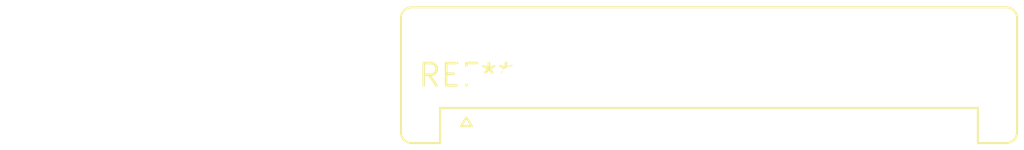
<source format=kicad_pcb>
(kicad_pcb (version 20240108) (generator pcbnew)
  (layers (0 "F.Cu" signal) (31 "B.Cu" signal) (34 "B.Paste" user) (35 "F.Paste" user) (36 "B.SilkS" user "B.Silkscreen") (37 "F.SilkS" user "F.Silkscreen") (38 "B.Mask" user) (39 "F.Mask" user) (44 "Edge.Cuts" user))
  (net 0 "")
  (footprint "Stocko_MKS_1662-6-0-1212_1x12_P2.50mm_Vertical" (layer "F.Cu") (at 0 0)
    (property "Reference" "REF**")
    (property "Value" "Stocko_MKS_1662-6-0-1212_1x12_P2.50mm_Vertical")
    (fp_line (start -3.71 -3.25) (end -3.71 3.25) (layer "F.SilkS") (stroke (width 0.12)))
    (fp_line (start -3.1 -3.86) (end 30.6 -3.86) (layer "F.SilkS") (stroke (width 0.12)))
    (fp_line (start -3.1 3.86) (end -1.49 3.86) (layer "F.SilkS") (stroke (width 0.12)))
    (fp_line (start -1.49 1.86) (end 28.99 1.86) (layer "F.SilkS") (stroke (width 0.12)))
    (fp_line (start -1.49 3.86) (end -1.49 1.86) (layer "F.SilkS") (stroke (width 0.12)))
    (fp_line (start -0.3 2.9) (end 0.3 2.9) (layer "F.SilkS") (stroke (width 0.12)))
    (fp_line (start 0 2.4) (end -0.3 2.9) (layer "F.SilkS") (stroke (width 0.12)))
    (fp_line (start 0.3 2.9) (end 0 2.4) (layer "F.SilkS") (stroke (width 0.12)))
    (fp_line (start 28.99 3.86) (end 28.99 1.86) (layer "F.SilkS") (stroke (width 0.12)))
    (fp_line (start 30.6 3.86) (end 28.99 3.86) (layer "F.SilkS") (stroke (width 0.12)))
    (fp_line (start 31.21 -3.25) (end 31.21 3.25) (layer "F.SilkS") (stroke (width 0.12)))
    (fp_arc (start -3.71 -3.25) (mid -3.531335 -3.681335) (end -3.1 -3.86) (layer "F.SilkS") (stroke (width 0.12)))
    (fp_arc (start -3.1 3.86) (mid -3.531335 3.681335) (end -3.71 3.25) (layer "F.SilkS") (stroke (width 0.12)))
    (fp_arc (start 30.6 -3.86) (mid 31.031335 -3.681335) (end 31.21 -3.25) (layer "F.SilkS") (stroke (width 0.12)))
    (fp_arc (start 31.21 3.25) (mid 31.031335 3.681335) (end 30.6 3.86) (layer "F.SilkS") (stroke (width 0.12)))
    (pad "1" thru_hole roundrect (at 0 0) (size 1.5 2) (drill 1) (layers *.Cu *.Mask) (remove_unused_layers))
    (pad "2" thru_hole oval (at 2.5 0) (size 1.5 2) (drill 1) (layers *.Cu *.Mask) (remove_unused_layers))
    (pad "3" thru_hole oval (at 5 0) (size 1.5 2) (drill 1) (layers *.Cu *.Mask) (remove_unused_layers))
    (pad "4" thru_hole oval (at 7.5 0) (size 1.5 2) (drill 1) (layers *.Cu *.Mask) (remove_unused_layers))
    (pad "5" thru_hole oval (at 10 0) (size 1.5 2) (drill 1) (layers *.Cu *.Mask) (remove_unused_layers))
    (pad "6" thru_hole oval (at 12.5 0) (size 1.5 2) (drill 1) (layers *.Cu *.Mask) (remove_unused_layers))
    (pad "7" thru_hole oval (at 15 0) (size 1.5 2) (drill 1) (layers *.Cu *.Mask) (remove_unused_layers))
    (pad "8" thru_hole oval (at 17.5 0) (size 1.5 2) (drill 1) (layers *.Cu *.Mask) (remove_unused_layers))
    (pad "9" thru_hole oval (at 20 0) (size 1.5 2) (drill 1) (layers *.Cu *.Mask) (remove_unused_layers))
    (pad "10" thru_hole oval (at 22.5 0) (size 1.5 2) (drill 1) (layers *.Cu *.Mask) (remove_unused_layers))
    (pad "11" thru_hole oval (at 25 0) (size 1.5 2) (drill 1) (layers *.Cu *.Mask) (remove_unused_layers))
    (pad "12" thru_hole oval (at 27.5 0) (size 1.5 2) (drill 1) (layers *.Cu *.Mask) (remove_unused_layers))
  )
)
</source>
